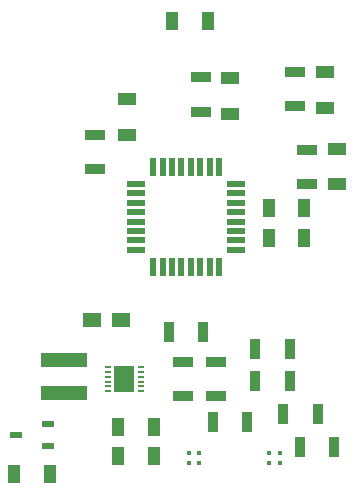
<source format=gtp>
%TF.GenerationSoftware,KiCad,Pcbnew,4.0.7*%
%TF.CreationDate,2018-10-18T17:54:17-04:00*%
%TF.ProjectId,GCEW_Glove,474345575F476C6F76652E6B69636164,1*%
%TF.FileFunction,Paste,Top*%
%FSLAX46Y46*%
G04 Gerber Fmt 4.6, Leading zero omitted, Abs format (unit mm)*
G04 Created by KiCad (PCBNEW 4.0.7) date 10/18/18 17:54:17*
%MOMM*%
%LPD*%
G01*
G04 APERTURE LIST*
%ADD10C,0.100000*%
%ADD11R,1.680000X2.200000*%
%ADD12R,0.600000X0.200000*%
%ADD13R,1.000000X1.600000*%
%ADD14R,1.500000X1.250000*%
%ADD15R,1.600000X1.000000*%
%ADD16R,3.900000X1.200000*%
%ADD17R,0.900000X1.700000*%
%ADD18R,1.700000X0.900000*%
%ADD19R,1.050000X0.600000*%
%ADD20R,1.600000X0.550000*%
%ADD21R,0.550000X1.600000*%
%ADD22R,0.450000X0.450000*%
G04 APERTURE END LIST*
D10*
D11*
X154500000Y-136500000D03*
D12*
X153100000Y-135500000D03*
X153100000Y-135900000D03*
X153100000Y-136300000D03*
X153100000Y-136700000D03*
X153100000Y-137100000D03*
X153100000Y-137500000D03*
X155900000Y-137500000D03*
X155900000Y-137100000D03*
X155900000Y-136700000D03*
X155900000Y-136300000D03*
X155900000Y-135900000D03*
X155900000Y-135500000D03*
D13*
X145200000Y-144500000D03*
X148200000Y-144500000D03*
X157000000Y-140500000D03*
X154000000Y-140500000D03*
X157000000Y-143000000D03*
X154000000Y-143000000D03*
D14*
X151750000Y-131500000D03*
X154250000Y-131500000D03*
D13*
X166750000Y-122000000D03*
X169750000Y-122000000D03*
X169750000Y-124500000D03*
X166750000Y-124500000D03*
D15*
X154725000Y-112800000D03*
X154725000Y-115800000D03*
D13*
X158575000Y-106150000D03*
X161575000Y-106150000D03*
D15*
X172500000Y-117000000D03*
X172500000Y-120000000D03*
X171500000Y-113500000D03*
X171500000Y-110500000D03*
X163500000Y-114000000D03*
X163500000Y-111000000D03*
D16*
X149400000Y-134900000D03*
X149400000Y-137700000D03*
D17*
X172275000Y-142225000D03*
X169375000Y-142225000D03*
X161200000Y-132500000D03*
X158300000Y-132500000D03*
X170875000Y-139450000D03*
X167975000Y-139450000D03*
X168500000Y-136675000D03*
X165600000Y-136675000D03*
X168500000Y-133925000D03*
X165600000Y-133925000D03*
D18*
X159500000Y-137950000D03*
X159500000Y-135050000D03*
X162250000Y-137950000D03*
X162250000Y-135050000D03*
D17*
X162025000Y-140150000D03*
X164925000Y-140150000D03*
D18*
X152025000Y-118700000D03*
X152025000Y-115800000D03*
X170000000Y-117050000D03*
X170000000Y-119950000D03*
X169000000Y-113350000D03*
X169000000Y-110450000D03*
X161000000Y-113850000D03*
X161000000Y-110950000D03*
D19*
X145350000Y-141200000D03*
X148050000Y-140250000D03*
X148050000Y-142150000D03*
D20*
X155500000Y-119950000D03*
X155500000Y-120750000D03*
X155500000Y-121550000D03*
X155500000Y-122350000D03*
X155500000Y-123150000D03*
X155500000Y-123950000D03*
X155500000Y-124750000D03*
X155500000Y-125550000D03*
D21*
X156950000Y-127000000D03*
X157750000Y-127000000D03*
X158550000Y-127000000D03*
X159350000Y-127000000D03*
X160150000Y-127000000D03*
X160950000Y-127000000D03*
X161750000Y-127000000D03*
X162550000Y-127000000D03*
D20*
X164000000Y-125550000D03*
X164000000Y-124750000D03*
X164000000Y-123950000D03*
X164000000Y-123150000D03*
X164000000Y-122350000D03*
X164000000Y-121550000D03*
X164000000Y-120750000D03*
X164000000Y-119950000D03*
D21*
X162550000Y-118500000D03*
X161750000Y-118500000D03*
X160950000Y-118500000D03*
X160150000Y-118500000D03*
X159350000Y-118500000D03*
X158550000Y-118500000D03*
X157750000Y-118500000D03*
X156950000Y-118500000D03*
D22*
X166800000Y-143575000D03*
X166800000Y-142725000D03*
X167650000Y-142725000D03*
X167650000Y-143575000D03*
X160000000Y-143575000D03*
X160000000Y-142725000D03*
X160850000Y-142725000D03*
X160850000Y-143575000D03*
M02*

</source>
